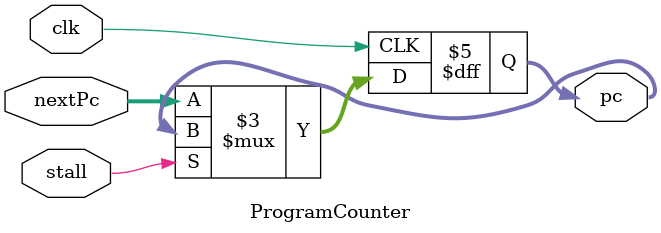
<source format=v>
/**
    This modules implements a 64-bit wide program counter, which is
        effectively just a D flip flop array. 
    @author BlackIsDevin (https://github.com/BlackIsDevin)

    @param nextPc input of next state of the program counter
    @param clk input clock signal
    @param stall input signal for stalling the program counter
    @param pc output current state of the program counter
*/
module ProgramCounter(
    input [63:0] nextPc,
    input clk,
    input stall, 
    
    output reg [63:0] pc
);

    always @(posedge clk)
        if (stall == 0)
            pc <= nextPc;

endmodule

</source>
